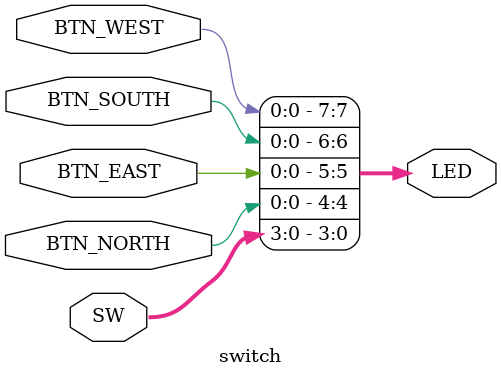
<source format=v>
`timescale 1ns / 1ps

module switch(SW, BTN_NORTH, BTN_EAST, BTN_SOUTH, BTN_WEST, LED);

	input [3:0] SW;
	input BTN_NORTH;
	input BTN_EAST;
	input BTN_SOUTH;
	input BTN_WEST;
	output [7:0] LED;

	assign LED[0] = SW[0];
	assign LED[1] = SW[1];
	assign LED[2] = SW[2];
	assign LED[3] = SW[3];
	assign LED[4] = BTN_NORTH;
	assign LED[5] = BTN_EAST;
	assign LED[6] = BTN_SOUTH;
	assign LED[7] = BTN_WEST;

endmodule

</source>
